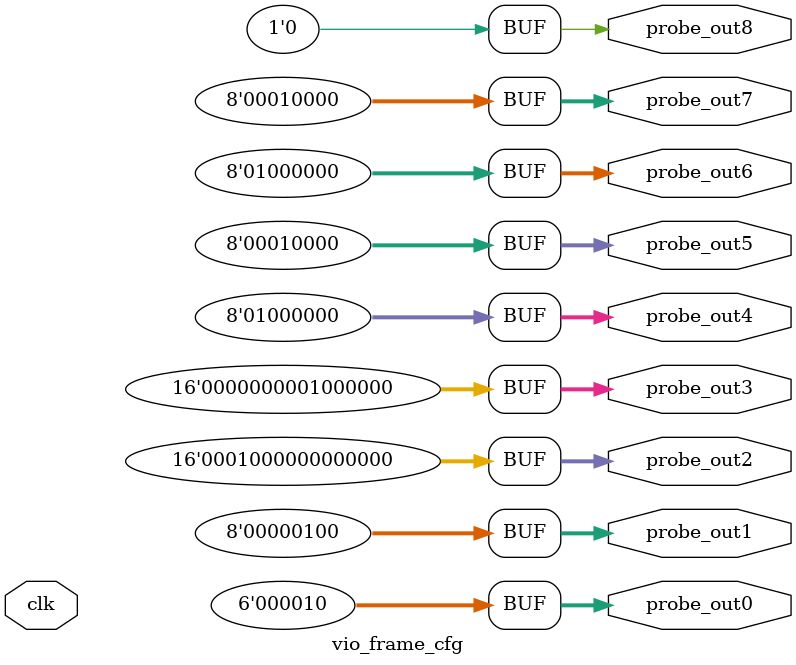
<source format=v>
`timescale 1ns / 1ps
module vio_frame_cfg (
clk,

probe_out0,
probe_out1,
probe_out2,
probe_out3,
probe_out4,
probe_out5,
probe_out6,
probe_out7,
probe_out8
);

input clk;

output reg [5 : 0] probe_out0 = 'h02 ;
output reg [7 : 0] probe_out1 = 'h04 ;
output reg [15 : 0] probe_out2 = 'h1000 ;
output reg [15 : 0] probe_out3 = 'h0040 ;
output reg [7 : 0] probe_out4 = 'h40 ;
output reg [7 : 0] probe_out5 = 'h10 ;
output reg [7 : 0] probe_out6 = 'h40 ;
output reg [7 : 0] probe_out7 = 'h10 ;
output reg [0 : 0] probe_out8 = 'h0 ;


endmodule

</source>
